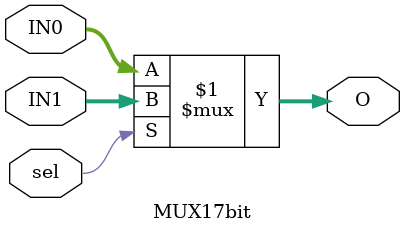
<source format=v>
`timescale 1ns / 1ps
module MUX17bit(
     input  [16:0] IN0,
    input  [16:0] IN1,
    input  sel,
    output [16:0] O
    );

assign O = (sel) ? IN1:IN0;


endmodule

</source>
